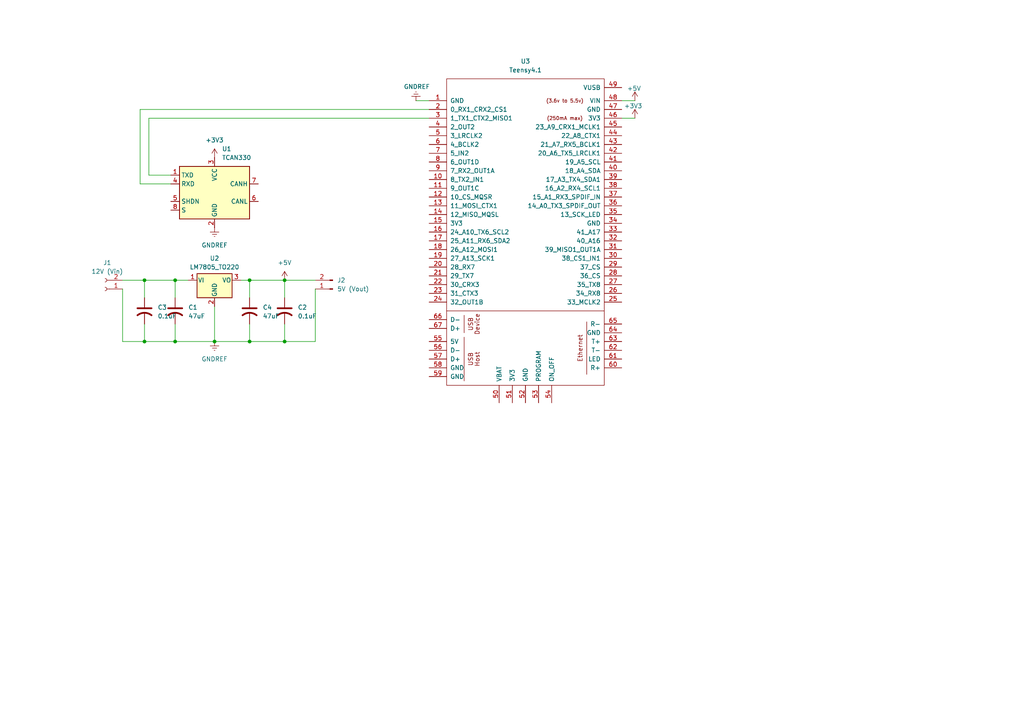
<source format=kicad_sch>
(kicad_sch
	(version 20250114)
	(generator "eeschema")
	(generator_version "9.0")
	(uuid "f9a5e31d-660f-4a55-bbc7-183242e054f0")
	(paper "A4")
	(title_block
		(title "Knob Board ")
		(rev "001")
		(company "Gold Rush Robotics")
	)
	(lib_symbols
		(symbol "Connector:Conn_01x02_Pin"
			(pin_names
				(offset 1.016)
				(hide yes)
			)
			(exclude_from_sim no)
			(in_bom yes)
			(on_board yes)
			(property "Reference" "J"
				(at 0 2.54 0)
				(effects
					(font
						(size 1.27 1.27)
					)
				)
			)
			(property "Value" "Conn_01x02_Pin"
				(at 0 -5.08 0)
				(effects
					(font
						(size 1.27 1.27)
					)
				)
			)
			(property "Footprint" ""
				(at 0 0 0)
				(effects
					(font
						(size 1.27 1.27)
					)
					(hide yes)
				)
			)
			(property "Datasheet" "~"
				(at 0 0 0)
				(effects
					(font
						(size 1.27 1.27)
					)
					(hide yes)
				)
			)
			(property "Description" "Generic connector, single row, 01x02, script generated"
				(at 0 0 0)
				(effects
					(font
						(size 1.27 1.27)
					)
					(hide yes)
				)
			)
			(property "ki_locked" ""
				(at 0 0 0)
				(effects
					(font
						(size 1.27 1.27)
					)
				)
			)
			(property "ki_keywords" "connector"
				(at 0 0 0)
				(effects
					(font
						(size 1.27 1.27)
					)
					(hide yes)
				)
			)
			(property "ki_fp_filters" "Connector*:*_1x??_*"
				(at 0 0 0)
				(effects
					(font
						(size 1.27 1.27)
					)
					(hide yes)
				)
			)
			(symbol "Conn_01x02_Pin_1_1"
				(rectangle
					(start 0.8636 0.127)
					(end 0 -0.127)
					(stroke
						(width 0.1524)
						(type default)
					)
					(fill
						(type outline)
					)
				)
				(rectangle
					(start 0.8636 -2.413)
					(end 0 -2.667)
					(stroke
						(width 0.1524)
						(type default)
					)
					(fill
						(type outline)
					)
				)
				(polyline
					(pts
						(xy 1.27 0) (xy 0.8636 0)
					)
					(stroke
						(width 0.1524)
						(type default)
					)
					(fill
						(type none)
					)
				)
				(polyline
					(pts
						(xy 1.27 -2.54) (xy 0.8636 -2.54)
					)
					(stroke
						(width 0.1524)
						(type default)
					)
					(fill
						(type none)
					)
				)
				(pin passive line
					(at 5.08 0 180)
					(length 3.81)
					(name "Pin_1"
						(effects
							(font
								(size 1.27 1.27)
							)
						)
					)
					(number "1"
						(effects
							(font
								(size 1.27 1.27)
							)
						)
					)
				)
				(pin passive line
					(at 5.08 -2.54 180)
					(length 3.81)
					(name "Pin_2"
						(effects
							(font
								(size 1.27 1.27)
							)
						)
					)
					(number "2"
						(effects
							(font
								(size 1.27 1.27)
							)
						)
					)
				)
			)
			(embedded_fonts no)
		)
		(symbol "Connector:Conn_01x02_Socket"
			(pin_names
				(offset 1.016)
				(hide yes)
			)
			(exclude_from_sim no)
			(in_bom yes)
			(on_board yes)
			(property "Reference" "J"
				(at 0 2.54 0)
				(effects
					(font
						(size 1.27 1.27)
					)
				)
			)
			(property "Value" "Conn_01x02_Socket"
				(at 0 -5.08 0)
				(effects
					(font
						(size 1.27 1.27)
					)
				)
			)
			(property "Footprint" ""
				(at 0 0 0)
				(effects
					(font
						(size 1.27 1.27)
					)
					(hide yes)
				)
			)
			(property "Datasheet" "~"
				(at 0 0 0)
				(effects
					(font
						(size 1.27 1.27)
					)
					(hide yes)
				)
			)
			(property "Description" "Generic connector, single row, 01x02, script generated"
				(at 0 0 0)
				(effects
					(font
						(size 1.27 1.27)
					)
					(hide yes)
				)
			)
			(property "ki_locked" ""
				(at 0 0 0)
				(effects
					(font
						(size 1.27 1.27)
					)
				)
			)
			(property "ki_keywords" "connector"
				(at 0 0 0)
				(effects
					(font
						(size 1.27 1.27)
					)
					(hide yes)
				)
			)
			(property "ki_fp_filters" "Connector*:*_1x??_*"
				(at 0 0 0)
				(effects
					(font
						(size 1.27 1.27)
					)
					(hide yes)
				)
			)
			(symbol "Conn_01x02_Socket_1_1"
				(polyline
					(pts
						(xy -1.27 0) (xy -0.508 0)
					)
					(stroke
						(width 0.1524)
						(type default)
					)
					(fill
						(type none)
					)
				)
				(polyline
					(pts
						(xy -1.27 -2.54) (xy -0.508 -2.54)
					)
					(stroke
						(width 0.1524)
						(type default)
					)
					(fill
						(type none)
					)
				)
				(arc
					(start 0 -0.508)
					(mid -0.5058 0)
					(end 0 0.508)
					(stroke
						(width 0.1524)
						(type default)
					)
					(fill
						(type none)
					)
				)
				(arc
					(start 0 -3.048)
					(mid -0.5058 -2.54)
					(end 0 -2.032)
					(stroke
						(width 0.1524)
						(type default)
					)
					(fill
						(type none)
					)
				)
				(pin passive line
					(at -5.08 0 0)
					(length 3.81)
					(name "Pin_1"
						(effects
							(font
								(size 1.27 1.27)
							)
						)
					)
					(number "1"
						(effects
							(font
								(size 1.27 1.27)
							)
						)
					)
				)
				(pin passive line
					(at -5.08 -2.54 0)
					(length 3.81)
					(name "Pin_2"
						(effects
							(font
								(size 1.27 1.27)
							)
						)
					)
					(number "2"
						(effects
							(font
								(size 1.27 1.27)
							)
						)
					)
				)
			)
			(embedded_fonts no)
		)
		(symbol "Device:C_US"
			(pin_numbers
				(hide yes)
			)
			(pin_names
				(offset 0.254)
				(hide yes)
			)
			(exclude_from_sim no)
			(in_bom yes)
			(on_board yes)
			(property "Reference" "C"
				(at 0.635 2.54 0)
				(effects
					(font
						(size 1.27 1.27)
					)
					(justify left)
				)
			)
			(property "Value" "C_US"
				(at 0.635 -2.54 0)
				(effects
					(font
						(size 1.27 1.27)
					)
					(justify left)
				)
			)
			(property "Footprint" ""
				(at 0 0 0)
				(effects
					(font
						(size 1.27 1.27)
					)
					(hide yes)
				)
			)
			(property "Datasheet" ""
				(at 0 0 0)
				(effects
					(font
						(size 1.27 1.27)
					)
					(hide yes)
				)
			)
			(property "Description" "capacitor, US symbol"
				(at 0 0 0)
				(effects
					(font
						(size 1.27 1.27)
					)
					(hide yes)
				)
			)
			(property "ki_keywords" "cap capacitor"
				(at 0 0 0)
				(effects
					(font
						(size 1.27 1.27)
					)
					(hide yes)
				)
			)
			(property "ki_fp_filters" "C_*"
				(at 0 0 0)
				(effects
					(font
						(size 1.27 1.27)
					)
					(hide yes)
				)
			)
			(symbol "C_US_0_1"
				(polyline
					(pts
						(xy -2.032 0.762) (xy 2.032 0.762)
					)
					(stroke
						(width 0.508)
						(type default)
					)
					(fill
						(type none)
					)
				)
				(arc
					(start -2.032 -1.27)
					(mid 0 -0.5572)
					(end 2.032 -1.27)
					(stroke
						(width 0.508)
						(type default)
					)
					(fill
						(type none)
					)
				)
			)
			(symbol "C_US_1_1"
				(pin passive line
					(at 0 3.81 270)
					(length 2.794)
					(name "~"
						(effects
							(font
								(size 1.27 1.27)
							)
						)
					)
					(number "1"
						(effects
							(font
								(size 1.27 1.27)
							)
						)
					)
				)
				(pin passive line
					(at 0 -3.81 90)
					(length 3.302)
					(name "~"
						(effects
							(font
								(size 1.27 1.27)
							)
						)
					)
					(number "2"
						(effects
							(font
								(size 1.27 1.27)
							)
						)
					)
				)
			)
			(embedded_fonts no)
		)
		(symbol "Interface_CAN_LIN:TCAN330"
			(exclude_from_sim no)
			(in_bom yes)
			(on_board yes)
			(property "Reference" "U"
				(at -10.16 8.89 0)
				(effects
					(font
						(size 1.27 1.27)
					)
					(justify left)
				)
			)
			(property "Value" "TCAN330"
				(at 2.54 8.89 0)
				(effects
					(font
						(size 1.27 1.27)
					)
					(justify left)
				)
			)
			(property "Footprint" ""
				(at 0 -12.7 0)
				(effects
					(font
						(size 1.27 1.27)
						(italic yes)
					)
					(hide yes)
				)
			)
			(property "Datasheet" "http://www.ti.com/lit/ds/symlink/tcan337.pdf"
				(at 0 0 0)
				(effects
					(font
						(size 1.27 1.27)
					)
					(hide yes)
				)
			)
			(property "Description" "High-Speed CAN Transceiver, 1Mbps, 3.3V supply, silent mode, shutdown mode, SOT-23-8/SOIC-8"
				(at 0 0 0)
				(effects
					(font
						(size 1.27 1.27)
					)
					(hide yes)
				)
			)
			(property "ki_keywords" "High-Speed CAN Transceiver"
				(at 0 0 0)
				(effects
					(font
						(size 1.27 1.27)
					)
					(hide yes)
				)
			)
			(property "ki_fp_filters" "*TSOT?23* *SOIC*3.9x4.9mm*P1.27mm*"
				(at 0 0 0)
				(effects
					(font
						(size 1.27 1.27)
					)
					(hide yes)
				)
			)
			(symbol "TCAN330_0_1"
				(rectangle
					(start -10.16 7.62)
					(end 10.16 -7.62)
					(stroke
						(width 0.254)
						(type default)
					)
					(fill
						(type background)
					)
				)
			)
			(symbol "TCAN330_1_1"
				(pin input line
					(at -12.7 5.08 0)
					(length 2.54)
					(name "TXD"
						(effects
							(font
								(size 1.27 1.27)
							)
						)
					)
					(number "1"
						(effects
							(font
								(size 1.27 1.27)
							)
						)
					)
				)
				(pin tri_state line
					(at -12.7 2.54 0)
					(length 2.54)
					(name "RXD"
						(effects
							(font
								(size 1.27 1.27)
							)
						)
					)
					(number "4"
						(effects
							(font
								(size 1.27 1.27)
							)
						)
					)
				)
				(pin input line
					(at -12.7 -2.54 0)
					(length 2.54)
					(name "SHDN"
						(effects
							(font
								(size 1.27 1.27)
							)
						)
					)
					(number "5"
						(effects
							(font
								(size 1.27 1.27)
							)
						)
					)
				)
				(pin input line
					(at -12.7 -5.08 0)
					(length 2.54)
					(name "S"
						(effects
							(font
								(size 1.27 1.27)
							)
						)
					)
					(number "8"
						(effects
							(font
								(size 1.27 1.27)
							)
						)
					)
				)
				(pin power_in line
					(at 0 10.16 270)
					(length 2.54)
					(name "VCC"
						(effects
							(font
								(size 1.27 1.27)
							)
						)
					)
					(number "3"
						(effects
							(font
								(size 1.27 1.27)
							)
						)
					)
				)
				(pin power_in line
					(at 0 -10.16 90)
					(length 2.54)
					(name "GND"
						(effects
							(font
								(size 1.27 1.27)
							)
						)
					)
					(number "2"
						(effects
							(font
								(size 1.27 1.27)
							)
						)
					)
				)
				(pin bidirectional line
					(at 12.7 2.54 180)
					(length 2.54)
					(name "CANH"
						(effects
							(font
								(size 1.27 1.27)
							)
						)
					)
					(number "7"
						(effects
							(font
								(size 1.27 1.27)
							)
						)
					)
				)
				(pin bidirectional line
					(at 12.7 -2.54 180)
					(length 2.54)
					(name "CANL"
						(effects
							(font
								(size 1.27 1.27)
							)
						)
					)
					(number "6"
						(effects
							(font
								(size 1.27 1.27)
							)
						)
					)
				)
			)
			(embedded_fonts no)
		)
		(symbol "Regulator_Linear:LM7805_TO220"
			(pin_names
				(offset 0.254)
			)
			(exclude_from_sim no)
			(in_bom yes)
			(on_board yes)
			(property "Reference" "U"
				(at -3.81 3.175 0)
				(effects
					(font
						(size 1.27 1.27)
					)
				)
			)
			(property "Value" "LM7805_TO220"
				(at 0 3.175 0)
				(effects
					(font
						(size 1.27 1.27)
					)
					(justify left)
				)
			)
			(property "Footprint" "Package_TO_SOT_THT:TO-220-3_Vertical"
				(at 0 5.715 0)
				(effects
					(font
						(size 1.27 1.27)
						(italic yes)
					)
					(hide yes)
				)
			)
			(property "Datasheet" "https://www.onsemi.cn/PowerSolutions/document/MC7800-D.PDF"
				(at 0 -1.27 0)
				(effects
					(font
						(size 1.27 1.27)
					)
					(hide yes)
				)
			)
			(property "Description" "Positive 1A 35V Linear Regulator, Fixed Output 5V, TO-220"
				(at 0 0 0)
				(effects
					(font
						(size 1.27 1.27)
					)
					(hide yes)
				)
			)
			(property "ki_keywords" "Voltage Regulator 1A Positive"
				(at 0 0 0)
				(effects
					(font
						(size 1.27 1.27)
					)
					(hide yes)
				)
			)
			(property "ki_fp_filters" "TO?220*"
				(at 0 0 0)
				(effects
					(font
						(size 1.27 1.27)
					)
					(hide yes)
				)
			)
			(symbol "LM7805_TO220_0_1"
				(rectangle
					(start -5.08 1.905)
					(end 5.08 -5.08)
					(stroke
						(width 0.254)
						(type default)
					)
					(fill
						(type background)
					)
				)
			)
			(symbol "LM7805_TO220_1_1"
				(pin power_in line
					(at -7.62 0 0)
					(length 2.54)
					(name "VI"
						(effects
							(font
								(size 1.27 1.27)
							)
						)
					)
					(number "1"
						(effects
							(font
								(size 1.27 1.27)
							)
						)
					)
				)
				(pin power_in line
					(at 0 -7.62 90)
					(length 2.54)
					(name "GND"
						(effects
							(font
								(size 1.27 1.27)
							)
						)
					)
					(number "2"
						(effects
							(font
								(size 1.27 1.27)
							)
						)
					)
				)
				(pin power_out line
					(at 7.62 0 180)
					(length 2.54)
					(name "VO"
						(effects
							(font
								(size 1.27 1.27)
							)
						)
					)
					(number "3"
						(effects
							(font
								(size 1.27 1.27)
							)
						)
					)
				)
			)
			(embedded_fonts no)
		)
		(symbol "power:+3V3"
			(power)
			(pin_numbers
				(hide yes)
			)
			(pin_names
				(offset 0)
				(hide yes)
			)
			(exclude_from_sim no)
			(in_bom yes)
			(on_board yes)
			(property "Reference" "#PWR"
				(at 0 -3.81 0)
				(effects
					(font
						(size 1.27 1.27)
					)
					(hide yes)
				)
			)
			(property "Value" "+3V3"
				(at 0 3.556 0)
				(effects
					(font
						(size 1.27 1.27)
					)
				)
			)
			(property "Footprint" ""
				(at 0 0 0)
				(effects
					(font
						(size 1.27 1.27)
					)
					(hide yes)
				)
			)
			(property "Datasheet" ""
				(at 0 0 0)
				(effects
					(font
						(size 1.27 1.27)
					)
					(hide yes)
				)
			)
			(property "Description" "Power symbol creates a global label with name \"+3V3\""
				(at 0 0 0)
				(effects
					(font
						(size 1.27 1.27)
					)
					(hide yes)
				)
			)
			(property "ki_keywords" "global power"
				(at 0 0 0)
				(effects
					(font
						(size 1.27 1.27)
					)
					(hide yes)
				)
			)
			(symbol "+3V3_0_1"
				(polyline
					(pts
						(xy -0.762 1.27) (xy 0 2.54)
					)
					(stroke
						(width 0)
						(type default)
					)
					(fill
						(type none)
					)
				)
				(polyline
					(pts
						(xy 0 2.54) (xy 0.762 1.27)
					)
					(stroke
						(width 0)
						(type default)
					)
					(fill
						(type none)
					)
				)
				(polyline
					(pts
						(xy 0 0) (xy 0 2.54)
					)
					(stroke
						(width 0)
						(type default)
					)
					(fill
						(type none)
					)
				)
			)
			(symbol "+3V3_1_1"
				(pin power_in line
					(at 0 0 90)
					(length 0)
					(name "~"
						(effects
							(font
								(size 1.27 1.27)
							)
						)
					)
					(number "1"
						(effects
							(font
								(size 1.27 1.27)
							)
						)
					)
				)
			)
			(embedded_fonts no)
		)
		(symbol "power:+5V"
			(power)
			(pin_numbers
				(hide yes)
			)
			(pin_names
				(offset 0)
				(hide yes)
			)
			(exclude_from_sim no)
			(in_bom yes)
			(on_board yes)
			(property "Reference" "#PWR"
				(at 0 -3.81 0)
				(effects
					(font
						(size 1.27 1.27)
					)
					(hide yes)
				)
			)
			(property "Value" "+5V"
				(at 0 3.556 0)
				(effects
					(font
						(size 1.27 1.27)
					)
				)
			)
			(property "Footprint" ""
				(at 0 0 0)
				(effects
					(font
						(size 1.27 1.27)
					)
					(hide yes)
				)
			)
			(property "Datasheet" ""
				(at 0 0 0)
				(effects
					(font
						(size 1.27 1.27)
					)
					(hide yes)
				)
			)
			(property "Description" "Power symbol creates a global label with name \"+5V\""
				(at 0 0 0)
				(effects
					(font
						(size 1.27 1.27)
					)
					(hide yes)
				)
			)
			(property "ki_keywords" "global power"
				(at 0 0 0)
				(effects
					(font
						(size 1.27 1.27)
					)
					(hide yes)
				)
			)
			(symbol "+5V_0_1"
				(polyline
					(pts
						(xy -0.762 1.27) (xy 0 2.54)
					)
					(stroke
						(width 0)
						(type default)
					)
					(fill
						(type none)
					)
				)
				(polyline
					(pts
						(xy 0 2.54) (xy 0.762 1.27)
					)
					(stroke
						(width 0)
						(type default)
					)
					(fill
						(type none)
					)
				)
				(polyline
					(pts
						(xy 0 0) (xy 0 2.54)
					)
					(stroke
						(width 0)
						(type default)
					)
					(fill
						(type none)
					)
				)
			)
			(symbol "+5V_1_1"
				(pin power_in line
					(at 0 0 90)
					(length 0)
					(name "~"
						(effects
							(font
								(size 1.27 1.27)
							)
						)
					)
					(number "1"
						(effects
							(font
								(size 1.27 1.27)
							)
						)
					)
				)
			)
			(embedded_fonts no)
		)
		(symbol "power:GNDREF"
			(power)
			(pin_numbers
				(hide yes)
			)
			(pin_names
				(offset 0)
				(hide yes)
			)
			(exclude_from_sim no)
			(in_bom yes)
			(on_board yes)
			(property "Reference" "#PWR"
				(at 0 -6.35 0)
				(effects
					(font
						(size 1.27 1.27)
					)
					(hide yes)
				)
			)
			(property "Value" "GNDREF"
				(at 0 -3.81 0)
				(effects
					(font
						(size 1.27 1.27)
					)
				)
			)
			(property "Footprint" ""
				(at 0 0 0)
				(effects
					(font
						(size 1.27 1.27)
					)
					(hide yes)
				)
			)
			(property "Datasheet" ""
				(at 0 0 0)
				(effects
					(font
						(size 1.27 1.27)
					)
					(hide yes)
				)
			)
			(property "Description" "Power symbol creates a global label with name \"GNDREF\" , reference supply ground"
				(at 0 0 0)
				(effects
					(font
						(size 1.27 1.27)
					)
					(hide yes)
				)
			)
			(property "ki_keywords" "global power"
				(at 0 0 0)
				(effects
					(font
						(size 1.27 1.27)
					)
					(hide yes)
				)
			)
			(symbol "GNDREF_0_1"
				(polyline
					(pts
						(xy -0.635 -1.905) (xy 0.635 -1.905)
					)
					(stroke
						(width 0)
						(type default)
					)
					(fill
						(type none)
					)
				)
				(polyline
					(pts
						(xy -0.127 -2.54) (xy 0.127 -2.54)
					)
					(stroke
						(width 0)
						(type default)
					)
					(fill
						(type none)
					)
				)
				(polyline
					(pts
						(xy 0 -1.27) (xy 0 0)
					)
					(stroke
						(width 0)
						(type default)
					)
					(fill
						(type none)
					)
				)
				(polyline
					(pts
						(xy 1.27 -1.27) (xy -1.27 -1.27)
					)
					(stroke
						(width 0)
						(type default)
					)
					(fill
						(type none)
					)
				)
			)
			(symbol "GNDREF_1_1"
				(pin power_in line
					(at 0 0 270)
					(length 0)
					(name "~"
						(effects
							(font
								(size 1.27 1.27)
							)
						)
					)
					(number "1"
						(effects
							(font
								(size 1.27 1.27)
							)
						)
					)
				)
			)
			(embedded_fonts no)
		)
		(symbol "teensy:Teensy4.1"
			(pin_names
				(offset 1.016)
			)
			(exclude_from_sim no)
			(in_bom yes)
			(on_board yes)
			(property "Reference" "U"
				(at 0 64.77 0)
				(effects
					(font
						(size 1.27 1.27)
					)
				)
			)
			(property "Value" "Teensy4.1"
				(at 0 62.23 0)
				(effects
					(font
						(size 1.27 1.27)
					)
				)
			)
			(property "Footprint" ""
				(at -10.16 10.16 0)
				(effects
					(font
						(size 1.27 1.27)
					)
					(hide yes)
				)
			)
			(property "Datasheet" ""
				(at -10.16 10.16 0)
				(effects
					(font
						(size 1.27 1.27)
					)
					(hide yes)
				)
			)
			(property "Description" ""
				(at 0 0 0)
				(effects
					(font
						(size 1.27 1.27)
					)
					(hide yes)
				)
			)
			(symbol "Teensy4.1_0_0"
				(polyline
					(pts
						(xy -22.86 -6.35) (xy 22.86 -6.35)
					)
					(stroke
						(width 0)
						(type solid)
					)
					(fill
						(type none)
					)
				)
				(polyline
					(pts
						(xy -17.78 -7.62) (xy -17.78 -12.7)
					)
					(stroke
						(width 0)
						(type solid)
					)
					(fill
						(type none)
					)
				)
				(polyline
					(pts
						(xy -17.78 -26.67) (xy -17.78 -13.97)
					)
					(stroke
						(width 0)
						(type solid)
					)
					(fill
						(type none)
					)
				)
				(polyline
					(pts
						(xy 17.78 -9.525) (xy 17.78 -24.765)
					)
					(stroke
						(width 0)
						(type solid)
					)
					(fill
						(type none)
					)
				)
				(text "USB"
					(at -15.875 -10.16 900)
					(effects
						(font
							(size 1.27 1.27)
						)
					)
				)
				(text "USB"
					(at -15.875 -20.32 900)
					(effects
						(font
							(size 1.27 1.27)
						)
					)
				)
				(text "Device"
					(at -13.97 -10.16 900)
					(effects
						(font
							(size 1.27 1.27)
						)
					)
				)
				(text "Host"
					(at -13.97 -20.32 900)
					(effects
						(font
							(size 1.27 1.27)
						)
					)
				)
				(text "(3.6v to 5.5v)"
					(at 11.43 54.61 0)
					(effects
						(font
							(size 1.016 1.016)
						)
					)
				)
				(text "(250mA max)"
					(at 11.43 49.53 0)
					(effects
						(font
							(size 1.016 1.016)
						)
					)
				)
				(text "Ethernet"
					(at 15.875 -17.145 900)
					(effects
						(font
							(size 1.27 1.27)
						)
					)
				)
				(pin bidirectional line
					(at -27.94 44.45 0)
					(length 5.08)
					(name "3_LRCLK2"
						(effects
							(font
								(size 1.27 1.27)
							)
						)
					)
					(number "5"
						(effects
							(font
								(size 1.27 1.27)
							)
						)
					)
				)
				(pin bidirectional line
					(at -27.94 41.91 0)
					(length 5.08)
					(name "4_BCLK2"
						(effects
							(font
								(size 1.27 1.27)
							)
						)
					)
					(number "6"
						(effects
							(font
								(size 1.27 1.27)
							)
						)
					)
				)
				(pin bidirectional line
					(at -27.94 39.37 0)
					(length 5.08)
					(name "5_IN2"
						(effects
							(font
								(size 1.27 1.27)
							)
						)
					)
					(number "7"
						(effects
							(font
								(size 1.27 1.27)
							)
						)
					)
				)
				(pin bidirectional line
					(at -27.94 36.83 0)
					(length 5.08)
					(name "6_OUT1D"
						(effects
							(font
								(size 1.27 1.27)
							)
						)
					)
					(number "8"
						(effects
							(font
								(size 1.27 1.27)
							)
						)
					)
				)
				(pin bidirectional line
					(at -27.94 34.29 0)
					(length 5.08)
					(name "7_RX2_OUT1A"
						(effects
							(font
								(size 1.27 1.27)
							)
						)
					)
					(number "9"
						(effects
							(font
								(size 1.27 1.27)
							)
						)
					)
				)
				(pin bidirectional line
					(at -27.94 31.75 0)
					(length 5.08)
					(name "8_TX2_IN1"
						(effects
							(font
								(size 1.27 1.27)
							)
						)
					)
					(number "10"
						(effects
							(font
								(size 1.27 1.27)
							)
						)
					)
				)
				(pin bidirectional line
					(at -27.94 29.21 0)
					(length 5.08)
					(name "9_OUT1C"
						(effects
							(font
								(size 1.27 1.27)
							)
						)
					)
					(number "11"
						(effects
							(font
								(size 1.27 1.27)
							)
						)
					)
				)
				(pin bidirectional line
					(at -27.94 26.67 0)
					(length 5.08)
					(name "10_CS_MQSR"
						(effects
							(font
								(size 1.27 1.27)
							)
						)
					)
					(number "12"
						(effects
							(font
								(size 1.27 1.27)
							)
						)
					)
				)
				(pin bidirectional line
					(at -27.94 24.13 0)
					(length 5.08)
					(name "11_MOSI_CTX1"
						(effects
							(font
								(size 1.27 1.27)
							)
						)
					)
					(number "13"
						(effects
							(font
								(size 1.27 1.27)
							)
						)
					)
				)
				(pin bidirectional line
					(at -27.94 21.59 0)
					(length 5.08)
					(name "12_MISO_MQSL"
						(effects
							(font
								(size 1.27 1.27)
							)
						)
					)
					(number "14"
						(effects
							(font
								(size 1.27 1.27)
							)
						)
					)
				)
				(pin power_in line
					(at -27.94 19.05 0)
					(length 5.08)
					(name "3V3"
						(effects
							(font
								(size 1.27 1.27)
							)
						)
					)
					(number "15"
						(effects
							(font
								(size 1.27 1.27)
							)
						)
					)
				)
				(pin bidirectional line
					(at -27.94 16.51 0)
					(length 5.08)
					(name "24_A10_TX6_SCL2"
						(effects
							(font
								(size 1.27 1.27)
							)
						)
					)
					(number "16"
						(effects
							(font
								(size 1.27 1.27)
							)
						)
					)
				)
				(pin bidirectional line
					(at -27.94 13.97 0)
					(length 5.08)
					(name "25_A11_RX6_SDA2"
						(effects
							(font
								(size 1.27 1.27)
							)
						)
					)
					(number "17"
						(effects
							(font
								(size 1.27 1.27)
							)
						)
					)
				)
				(pin bidirectional line
					(at -27.94 11.43 0)
					(length 5.08)
					(name "26_A12_MOSI1"
						(effects
							(font
								(size 1.27 1.27)
							)
						)
					)
					(number "18"
						(effects
							(font
								(size 1.27 1.27)
							)
						)
					)
				)
				(pin bidirectional line
					(at -27.94 8.89 0)
					(length 5.08)
					(name "27_A13_SCK1"
						(effects
							(font
								(size 1.27 1.27)
							)
						)
					)
					(number "19"
						(effects
							(font
								(size 1.27 1.27)
							)
						)
					)
				)
				(pin bidirectional line
					(at -27.94 6.35 0)
					(length 5.08)
					(name "28_RX7"
						(effects
							(font
								(size 1.27 1.27)
							)
						)
					)
					(number "20"
						(effects
							(font
								(size 1.27 1.27)
							)
						)
					)
				)
				(pin bidirectional line
					(at -27.94 3.81 0)
					(length 5.08)
					(name "29_TX7"
						(effects
							(font
								(size 1.27 1.27)
							)
						)
					)
					(number "21"
						(effects
							(font
								(size 1.27 1.27)
							)
						)
					)
				)
				(pin bidirectional line
					(at -27.94 1.27 0)
					(length 5.08)
					(name "30_CRX3"
						(effects
							(font
								(size 1.27 1.27)
							)
						)
					)
					(number "22"
						(effects
							(font
								(size 1.27 1.27)
							)
						)
					)
				)
				(pin bidirectional line
					(at -27.94 -1.27 0)
					(length 5.08)
					(name "31_CTX3"
						(effects
							(font
								(size 1.27 1.27)
							)
						)
					)
					(number "23"
						(effects
							(font
								(size 1.27 1.27)
							)
						)
					)
				)
				(pin bidirectional line
					(at -27.94 -3.81 0)
					(length 5.08)
					(name "32_OUT1B"
						(effects
							(font
								(size 1.27 1.27)
							)
						)
					)
					(number "24"
						(effects
							(font
								(size 1.27 1.27)
							)
						)
					)
				)
				(pin bidirectional line
					(at -27.94 -8.89 0)
					(length 5.08)
					(name "D-"
						(effects
							(font
								(size 1.27 1.27)
							)
						)
					)
					(number "66"
						(effects
							(font
								(size 1.27 1.27)
							)
						)
					)
				)
				(pin bidirectional line
					(at -27.94 -11.43 0)
					(length 5.08)
					(name "D+"
						(effects
							(font
								(size 1.27 1.27)
							)
						)
					)
					(number "67"
						(effects
							(font
								(size 1.27 1.27)
							)
						)
					)
				)
				(pin power_out line
					(at -27.94 -15.24 0)
					(length 5.08)
					(name "5V"
						(effects
							(font
								(size 1.27 1.27)
							)
						)
					)
					(number "55"
						(effects
							(font
								(size 1.27 1.27)
							)
						)
					)
				)
				(pin bidirectional line
					(at -27.94 -17.78 0)
					(length 5.08)
					(name "D-"
						(effects
							(font
								(size 1.27 1.27)
							)
						)
					)
					(number "56"
						(effects
							(font
								(size 1.27 1.27)
							)
						)
					)
				)
				(pin bidirectional line
					(at -27.94 -20.32 0)
					(length 5.08)
					(name "D+"
						(effects
							(font
								(size 1.27 1.27)
							)
						)
					)
					(number "57"
						(effects
							(font
								(size 1.27 1.27)
							)
						)
					)
				)
				(pin power_in line
					(at -27.94 -22.86 0)
					(length 5.08)
					(name "GND"
						(effects
							(font
								(size 1.27 1.27)
							)
						)
					)
					(number "58"
						(effects
							(font
								(size 1.27 1.27)
							)
						)
					)
				)
				(pin power_in line
					(at -27.94 -25.4 0)
					(length 5.08)
					(name "GND"
						(effects
							(font
								(size 1.27 1.27)
							)
						)
					)
					(number "59"
						(effects
							(font
								(size 1.27 1.27)
							)
						)
					)
				)
				(pin power_in line
					(at -7.62 -33.02 90)
					(length 5.08)
					(name "VBAT"
						(effects
							(font
								(size 1.27 1.27)
							)
						)
					)
					(number "50"
						(effects
							(font
								(size 1.27 1.27)
							)
						)
					)
				)
				(pin power_in line
					(at -3.81 -33.02 90)
					(length 5.08)
					(name "3V3"
						(effects
							(font
								(size 1.27 1.27)
							)
						)
					)
					(number "51"
						(effects
							(font
								(size 1.27 1.27)
							)
						)
					)
				)
				(pin input line
					(at 0 -33.02 90)
					(length 5.08)
					(name "GND"
						(effects
							(font
								(size 1.27 1.27)
							)
						)
					)
					(number "52"
						(effects
							(font
								(size 1.27 1.27)
							)
						)
					)
				)
				(pin input line
					(at 3.81 -33.02 90)
					(length 5.08)
					(name "PROGRAM"
						(effects
							(font
								(size 1.27 1.27)
							)
						)
					)
					(number "53"
						(effects
							(font
								(size 1.27 1.27)
							)
						)
					)
				)
				(pin input line
					(at 7.62 -33.02 90)
					(length 5.08)
					(name "ON_OFF"
						(effects
							(font
								(size 1.27 1.27)
							)
						)
					)
					(number "54"
						(effects
							(font
								(size 1.27 1.27)
							)
						)
					)
				)
				(pin power_out line
					(at 27.94 58.42 180)
					(length 5.08)
					(name "VUSB"
						(effects
							(font
								(size 1.27 1.27)
							)
						)
					)
					(number "49"
						(effects
							(font
								(size 1.27 1.27)
							)
						)
					)
				)
				(pin power_in line
					(at 27.94 54.61 180)
					(length 5.08)
					(name "VIN"
						(effects
							(font
								(size 1.27 1.27)
							)
						)
					)
					(number "48"
						(effects
							(font
								(size 1.27 1.27)
							)
						)
					)
				)
				(pin output line
					(at 27.94 52.07 180)
					(length 5.08)
					(name "GND"
						(effects
							(font
								(size 1.27 1.27)
							)
						)
					)
					(number "47"
						(effects
							(font
								(size 1.27 1.27)
							)
						)
					)
				)
				(pin output line
					(at 27.94 49.53 180)
					(length 5.08)
					(name "3V3"
						(effects
							(font
								(size 1.27 1.27)
							)
						)
					)
					(number "46"
						(effects
							(font
								(size 1.27 1.27)
							)
						)
					)
				)
				(pin bidirectional line
					(at 27.94 46.99 180)
					(length 5.08)
					(name "23_A9_CRX1_MCLK1"
						(effects
							(font
								(size 1.27 1.27)
							)
						)
					)
					(number "45"
						(effects
							(font
								(size 1.27 1.27)
							)
						)
					)
				)
				(pin bidirectional line
					(at 27.94 44.45 180)
					(length 5.08)
					(name "22_A8_CTX1"
						(effects
							(font
								(size 1.27 1.27)
							)
						)
					)
					(number "44"
						(effects
							(font
								(size 1.27 1.27)
							)
						)
					)
				)
				(pin bidirectional line
					(at 27.94 41.91 180)
					(length 5.08)
					(name "21_A7_RX5_BCLK1"
						(effects
							(font
								(size 1.27 1.27)
							)
						)
					)
					(number "43"
						(effects
							(font
								(size 1.27 1.27)
							)
						)
					)
				)
				(pin bidirectional line
					(at 27.94 39.37 180)
					(length 5.08)
					(name "20_A6_TX5_LRCLK1"
						(effects
							(font
								(size 1.27 1.27)
							)
						)
					)
					(number "42"
						(effects
							(font
								(size 1.27 1.27)
							)
						)
					)
				)
				(pin bidirectional line
					(at 27.94 36.83 180)
					(length 5.08)
					(name "19_A5_SCL"
						(effects
							(font
								(size 1.27 1.27)
							)
						)
					)
					(number "41"
						(effects
							(font
								(size 1.27 1.27)
							)
						)
					)
				)
				(pin bidirectional line
					(at 27.94 34.29 180)
					(length 5.08)
					(name "18_A4_SDA"
						(effects
							(font
								(size 1.27 1.27)
							)
						)
					)
					(number "40"
						(effects
							(font
								(size 1.27 1.27)
							)
						)
					)
				)
				(pin bidirectional line
					(at 27.94 31.75 180)
					(length 5.08)
					(name "17_A3_TX4_SDA1"
						(effects
							(font
								(size 1.27 1.27)
							)
						)
					)
					(number "39"
						(effects
							(font
								(size 1.27 1.27)
							)
						)
					)
				)
				(pin bidirectional line
					(at 27.94 29.21 180)
					(length 5.08)
					(name "16_A2_RX4_SCL1"
						(effects
							(font
								(size 1.27 1.27)
							)
						)
					)
					(number "38"
						(effects
							(font
								(size 1.27 1.27)
							)
						)
					)
				)
				(pin bidirectional line
					(at 27.94 26.67 180)
					(length 5.08)
					(name "15_A1_RX3_SPDIF_IN"
						(effects
							(font
								(size 1.27 1.27)
							)
						)
					)
					(number "37"
						(effects
							(font
								(size 1.27 1.27)
							)
						)
					)
				)
				(pin bidirectional line
					(at 27.94 24.13 180)
					(length 5.08)
					(name "14_A0_TX3_SPDIF_OUT"
						(effects
							(font
								(size 1.27 1.27)
							)
						)
					)
					(number "36"
						(effects
							(font
								(size 1.27 1.27)
							)
						)
					)
				)
				(pin bidirectional line
					(at 27.94 21.59 180)
					(length 5.08)
					(name "13_SCK_LED"
						(effects
							(font
								(size 1.27 1.27)
							)
						)
					)
					(number "35"
						(effects
							(font
								(size 1.27 1.27)
							)
						)
					)
				)
				(pin bidirectional line
					(at 27.94 16.51 180)
					(length 5.08)
					(name "41_A17"
						(effects
							(font
								(size 1.27 1.27)
							)
						)
					)
					(number "33"
						(effects
							(font
								(size 1.27 1.27)
							)
						)
					)
				)
				(pin bidirectional line
					(at 27.94 13.97 180)
					(length 5.08)
					(name "40_A16"
						(effects
							(font
								(size 1.27 1.27)
							)
						)
					)
					(number "32"
						(effects
							(font
								(size 1.27 1.27)
							)
						)
					)
				)
				(pin bidirectional line
					(at 27.94 11.43 180)
					(length 5.08)
					(name "39_MISO1_OUT1A"
						(effects
							(font
								(size 1.27 1.27)
							)
						)
					)
					(number "31"
						(effects
							(font
								(size 1.27 1.27)
							)
						)
					)
				)
				(pin bidirectional line
					(at 27.94 8.89 180)
					(length 5.08)
					(name "38_CS1_IN1"
						(effects
							(font
								(size 1.27 1.27)
							)
						)
					)
					(number "30"
						(effects
							(font
								(size 1.27 1.27)
							)
						)
					)
				)
				(pin bidirectional line
					(at 27.94 6.35 180)
					(length 5.08)
					(name "37_CS"
						(effects
							(font
								(size 1.27 1.27)
							)
						)
					)
					(number "29"
						(effects
							(font
								(size 1.27 1.27)
							)
						)
					)
				)
				(pin bidirectional line
					(at 27.94 3.81 180)
					(length 5.08)
					(name "36_CS"
						(effects
							(font
								(size 1.27 1.27)
							)
						)
					)
					(number "28"
						(effects
							(font
								(size 1.27 1.27)
							)
						)
					)
				)
				(pin bidirectional line
					(at 27.94 1.27 180)
					(length 5.08)
					(name "35_TX8"
						(effects
							(font
								(size 1.27 1.27)
							)
						)
					)
					(number "27"
						(effects
							(font
								(size 1.27 1.27)
							)
						)
					)
				)
				(pin bidirectional line
					(at 27.94 -1.27 180)
					(length 5.08)
					(name "34_RX8"
						(effects
							(font
								(size 1.27 1.27)
							)
						)
					)
					(number "26"
						(effects
							(font
								(size 1.27 1.27)
							)
						)
					)
				)
				(pin bidirectional line
					(at 27.94 -3.81 180)
					(length 5.08)
					(name "33_MCLK2"
						(effects
							(font
								(size 1.27 1.27)
							)
						)
					)
					(number "25"
						(effects
							(font
								(size 1.27 1.27)
							)
						)
					)
				)
				(pin bidirectional line
					(at 27.94 -10.16 180)
					(length 5.08)
					(name "R-"
						(effects
							(font
								(size 1.27 1.27)
							)
						)
					)
					(number "65"
						(effects
							(font
								(size 1.27 1.27)
							)
						)
					)
				)
				(pin power_in line
					(at 27.94 -12.7 180)
					(length 5.08)
					(name "GND"
						(effects
							(font
								(size 1.27 1.27)
							)
						)
					)
					(number "64"
						(effects
							(font
								(size 1.27 1.27)
							)
						)
					)
				)
				(pin bidirectional line
					(at 27.94 -15.24 180)
					(length 5.08)
					(name "T+"
						(effects
							(font
								(size 1.27 1.27)
							)
						)
					)
					(number "63"
						(effects
							(font
								(size 1.27 1.27)
							)
						)
					)
				)
				(pin bidirectional line
					(at 27.94 -17.78 180)
					(length 5.08)
					(name "T-"
						(effects
							(font
								(size 1.27 1.27)
							)
						)
					)
					(number "62"
						(effects
							(font
								(size 1.27 1.27)
							)
						)
					)
				)
				(pin bidirectional line
					(at 27.94 -20.32 180)
					(length 5.08)
					(name "LED"
						(effects
							(font
								(size 1.27 1.27)
							)
						)
					)
					(number "61"
						(effects
							(font
								(size 1.27 1.27)
							)
						)
					)
				)
				(pin bidirectional line
					(at 27.94 -22.86 180)
					(length 5.08)
					(name "R+"
						(effects
							(font
								(size 1.27 1.27)
							)
						)
					)
					(number "60"
						(effects
							(font
								(size 1.27 1.27)
							)
						)
					)
				)
			)
			(symbol "Teensy4.1_0_1"
				(rectangle
					(start -22.86 60.96)
					(end 22.86 -27.94)
					(stroke
						(width 0)
						(type solid)
					)
					(fill
						(type none)
					)
				)
				(rectangle
					(start -20.32 -1.27)
					(end -20.32 -1.27)
					(stroke
						(width 0)
						(type solid)
					)
					(fill
						(type none)
					)
				)
			)
			(symbol "Teensy4.1_1_1"
				(pin power_in line
					(at -27.94 54.61 0)
					(length 5.08)
					(name "GND"
						(effects
							(font
								(size 1.27 1.27)
							)
						)
					)
					(number "1"
						(effects
							(font
								(size 1.27 1.27)
							)
						)
					)
				)
				(pin bidirectional line
					(at -27.94 52.07 0)
					(length 5.08)
					(name "0_RX1_CRX2_CS1"
						(effects
							(font
								(size 1.27 1.27)
							)
						)
					)
					(number "2"
						(effects
							(font
								(size 1.27 1.27)
							)
						)
					)
				)
				(pin bidirectional line
					(at -27.94 49.53 0)
					(length 5.08)
					(name "1_TX1_CTX2_MISO1"
						(effects
							(font
								(size 1.27 1.27)
							)
						)
					)
					(number "3"
						(effects
							(font
								(size 1.27 1.27)
							)
						)
					)
				)
				(pin bidirectional line
					(at -27.94 46.99 0)
					(length 5.08)
					(name "2_OUT2"
						(effects
							(font
								(size 1.27 1.27)
							)
						)
					)
					(number "4"
						(effects
							(font
								(size 1.27 1.27)
							)
						)
					)
				)
				(pin power_in line
					(at 27.94 19.05 180)
					(length 5.08)
					(name "GND"
						(effects
							(font
								(size 1.27 1.27)
							)
						)
					)
					(number "34"
						(effects
							(font
								(size 1.27 1.27)
							)
						)
					)
				)
			)
			(embedded_fonts no)
		)
	)
	(junction
		(at 72.39 81.28)
		(diameter 0)
		(color 0 0 0 0)
		(uuid "0de8e810-2b63-4b10-9ad7-85f636aaaee8")
	)
	(junction
		(at 82.55 99.06)
		(diameter 0)
		(color 0 0 0 0)
		(uuid "1e972580-2b17-452a-b654-f72537b82c80")
	)
	(junction
		(at 50.8 81.28)
		(diameter 0)
		(color 0 0 0 0)
		(uuid "501ba3ae-43db-416e-ab88-2532c2e98e2e")
	)
	(junction
		(at 62.23 99.06)
		(diameter 0)
		(color 0 0 0 0)
		(uuid "c11f2e7c-7a63-40f4-9e55-b908dee747e7")
	)
	(junction
		(at 72.39 99.06)
		(diameter 0)
		(color 0 0 0 0)
		(uuid "d414d30b-0f43-4dc7-82e0-0d1c750ee08d")
	)
	(junction
		(at 41.91 99.06)
		(diameter 0)
		(color 0 0 0 0)
		(uuid "d5881d7c-819a-4c04-8527-b21325ad2231")
	)
	(junction
		(at 41.91 81.28)
		(diameter 0)
		(color 0 0 0 0)
		(uuid "d753737b-2631-48ae-8f9f-1fbfd8fd2efa")
	)
	(junction
		(at 50.8 99.06)
		(diameter 0)
		(color 0 0 0 0)
		(uuid "d87bab47-58aa-40c8-810f-7c754748cb9f")
	)
	(junction
		(at 82.55 81.28)
		(diameter 0)
		(color 0 0 0 0)
		(uuid "e49c24ff-dda0-48da-a362-bb68b4caee2f")
	)
	(wire
		(pts
			(xy 43.18 50.8) (xy 49.53 50.8)
		)
		(stroke
			(width 0)
			(type default)
		)
		(uuid "003a4eab-24bb-4223-980e-85ce61e58f46")
	)
	(wire
		(pts
			(xy 82.55 93.98) (xy 82.55 99.06)
		)
		(stroke
			(width 0)
			(type default)
		)
		(uuid "07f19383-eb86-4e08-9fbf-8eb40d7d1fa8")
	)
	(wire
		(pts
			(xy 120.65 29.21) (xy 124.46 29.21)
		)
		(stroke
			(width 0)
			(type default)
		)
		(uuid "096db527-e317-439f-b2e5-19da30242305")
	)
	(wire
		(pts
			(xy 41.91 93.98) (xy 41.91 99.06)
		)
		(stroke
			(width 0)
			(type default)
		)
		(uuid "0d2f630e-0935-4bf3-86e4-344a6b7e8c2f")
	)
	(wire
		(pts
			(xy 82.55 81.28) (xy 82.55 86.36)
		)
		(stroke
			(width 0)
			(type default)
		)
		(uuid "0dac7757-a288-43ef-8d61-6f0fab433fd4")
	)
	(wire
		(pts
			(xy 91.44 99.06) (xy 91.44 83.82)
		)
		(stroke
			(width 0)
			(type default)
		)
		(uuid "0db58ab8-9808-45d1-a036-c1956be07eeb")
	)
	(wire
		(pts
			(xy 62.23 88.9) (xy 62.23 99.06)
		)
		(stroke
			(width 0)
			(type default)
		)
		(uuid "0e9aecf0-8cb1-412f-8a23-b25ffc8fee11")
	)
	(wire
		(pts
			(xy 82.55 99.06) (xy 91.44 99.06)
		)
		(stroke
			(width 0)
			(type default)
		)
		(uuid "1f5f1219-b19d-4724-a332-d635542a70d6")
	)
	(wire
		(pts
			(xy 40.64 53.34) (xy 49.53 53.34)
		)
		(stroke
			(width 0)
			(type default)
		)
		(uuid "3307cb44-1a9e-4b7c-981c-76755b3ba46b")
	)
	(wire
		(pts
			(xy 82.55 81.28) (xy 91.44 81.28)
		)
		(stroke
			(width 0)
			(type default)
		)
		(uuid "41c65da9-5612-4669-a633-00c8eecc6809")
	)
	(wire
		(pts
			(xy 41.91 99.06) (xy 50.8 99.06)
		)
		(stroke
			(width 0)
			(type default)
		)
		(uuid "4e25153b-1b20-4eae-9210-bd61f32ab96f")
	)
	(wire
		(pts
			(xy 35.56 99.06) (xy 41.91 99.06)
		)
		(stroke
			(width 0)
			(type default)
		)
		(uuid "547366ae-c5c9-411c-858b-aaaa15bdd4a4")
	)
	(wire
		(pts
			(xy 124.46 31.75) (xy 40.64 31.75)
		)
		(stroke
			(width 0)
			(type default)
		)
		(uuid "59bcdf26-446b-4588-a669-f7a9aca10239")
	)
	(wire
		(pts
			(xy 72.39 99.06) (xy 82.55 99.06)
		)
		(stroke
			(width 0)
			(type default)
		)
		(uuid "6f765ea6-0f09-4b3d-8688-a4e9609fbb3f")
	)
	(wire
		(pts
			(xy 72.39 81.28) (xy 82.55 81.28)
		)
		(stroke
			(width 0)
			(type default)
		)
		(uuid "7de67631-ea8f-48ed-b8b9-f78398d34b9d")
	)
	(wire
		(pts
			(xy 180.34 34.29) (xy 184.15 34.29)
		)
		(stroke
			(width 0)
			(type default)
		)
		(uuid "8bc68f74-5084-4e91-9128-502c95c9be0e")
	)
	(wire
		(pts
			(xy 72.39 93.98) (xy 72.39 99.06)
		)
		(stroke
			(width 0)
			(type default)
		)
		(uuid "8c5b93ae-e361-4feb-8017-f3bb3e35370e")
	)
	(wire
		(pts
			(xy 43.18 34.29) (xy 43.18 50.8)
		)
		(stroke
			(width 0)
			(type default)
		)
		(uuid "8fd4b75c-2793-4e03-aec8-110be174489c")
	)
	(wire
		(pts
			(xy 72.39 86.36) (xy 72.39 81.28)
		)
		(stroke
			(width 0)
			(type default)
		)
		(uuid "9d98e065-18f6-4dc0-803c-db2c7559f60c")
	)
	(wire
		(pts
			(xy 69.85 81.28) (xy 72.39 81.28)
		)
		(stroke
			(width 0)
			(type default)
		)
		(uuid "a21e526c-fd6b-42fb-acc6-8f051bc0c730")
	)
	(wire
		(pts
			(xy 50.8 81.28) (xy 50.8 86.36)
		)
		(stroke
			(width 0)
			(type default)
		)
		(uuid "a5757879-0a6a-407f-ac4a-7844e9d4e623")
	)
	(wire
		(pts
			(xy 35.56 83.82) (xy 35.56 99.06)
		)
		(stroke
			(width 0)
			(type default)
		)
		(uuid "b0dadbea-d00a-47f9-9b6c-c364f0f02a31")
	)
	(wire
		(pts
			(xy 50.8 99.06) (xy 62.23 99.06)
		)
		(stroke
			(width 0)
			(type default)
		)
		(uuid "b30352a1-6ab3-4cbe-b331-a71972dfbe04")
	)
	(wire
		(pts
			(xy 50.8 81.28) (xy 54.61 81.28)
		)
		(stroke
			(width 0)
			(type default)
		)
		(uuid "b5e3d9ff-a427-4da8-9a4e-09c80c56aac3")
	)
	(wire
		(pts
			(xy 35.56 81.28) (xy 41.91 81.28)
		)
		(stroke
			(width 0)
			(type default)
		)
		(uuid "ba5bae78-65dd-44b3-abb4-ba1a995198a4")
	)
	(wire
		(pts
			(xy 41.91 81.28) (xy 50.8 81.28)
		)
		(stroke
			(width 0)
			(type default)
		)
		(uuid "bb1facfd-4309-4956-bed2-aac63f225db6")
	)
	(wire
		(pts
			(xy 62.23 99.06) (xy 72.39 99.06)
		)
		(stroke
			(width 0)
			(type default)
		)
		(uuid "d2aae049-df64-4d59-a460-7d76f6910341")
	)
	(wire
		(pts
			(xy 40.64 31.75) (xy 40.64 53.34)
		)
		(stroke
			(width 0)
			(type default)
		)
		(uuid "d5fe3cbf-c1e3-4fa6-a818-bf762f7cbc84")
	)
	(wire
		(pts
			(xy 180.34 29.21) (xy 184.15 29.21)
		)
		(stroke
			(width 0)
			(type default)
		)
		(uuid "d9162667-72f7-47d6-83ba-b00da780dd93")
	)
	(wire
		(pts
			(xy 50.8 93.98) (xy 50.8 99.06)
		)
		(stroke
			(width 0)
			(type default)
		)
		(uuid "de15ffb5-7f27-475e-999c-70deba5ce39e")
	)
	(wire
		(pts
			(xy 41.91 81.28) (xy 41.91 86.36)
		)
		(stroke
			(width 0)
			(type default)
		)
		(uuid "dfbeca53-d17b-436a-9ce6-d294f931b589")
	)
	(wire
		(pts
			(xy 124.46 34.29) (xy 43.18 34.29)
		)
		(stroke
			(width 0)
			(type default)
		)
		(uuid "ea93b213-0250-4ce7-8a6f-45c774ee6916")
	)
	(symbol
		(lib_id "power:GNDREF")
		(at 62.23 66.04 0)
		(unit 1)
		(exclude_from_sim no)
		(in_bom yes)
		(on_board yes)
		(dnp no)
		(fields_autoplaced yes)
		(uuid "35c1f3f8-a77f-4e6b-81c6-ba567acbebb7")
		(property "Reference" "#PWR08"
			(at 62.23 72.39 0)
			(effects
				(font
					(size 1.27 1.27)
				)
				(hide yes)
			)
		)
		(property "Value" "GNDREF"
			(at 62.23 71.12 0)
			(effects
				(font
					(size 1.27 1.27)
				)
			)
		)
		(property "Footprint" ""
			(at 62.23 66.04 0)
			(effects
				(font
					(size 1.27 1.27)
				)
				(hide yes)
			)
		)
		(property "Datasheet" ""
			(at 62.23 66.04 0)
			(effects
				(font
					(size 1.27 1.27)
				)
				(hide yes)
			)
		)
		(property "Description" "Power symbol creates a global label with name \"GNDREF\" , reference supply ground"
			(at 62.23 66.04 0)
			(effects
				(font
					(size 1.27 1.27)
				)
				(hide yes)
			)
		)
		(pin "1"
			(uuid "22f6d5d7-260d-4ce6-9c37-5251ff0b343a")
		)
		(instances
			(project ""
				(path "/f9a5e31d-660f-4a55-bbc7-183242e054f0"
					(reference "#PWR08")
					(unit 1)
				)
			)
		)
	)
	(symbol
		(lib_id "teensy:Teensy4.1")
		(at 152.4 83.82 0)
		(unit 1)
		(exclude_from_sim no)
		(in_bom yes)
		(on_board yes)
		(dnp no)
		(fields_autoplaced yes)
		(uuid "54785d2c-ae24-423c-8d38-7480d0734cd7")
		(property "Reference" "U3"
			(at 152.4 17.78 0)
			(effects
				(font
					(size 1.27 1.27)
				)
			)
		)
		(property "Value" "Teensy4.1"
			(at 152.4 20.32 0)
			(effects
				(font
					(size 1.27 1.27)
				)
			)
		)
		(property "Footprint" ""
			(at 142.24 73.66 0)
			(effects
				(font
					(size 1.27 1.27)
				)
				(hide yes)
			)
		)
		(property "Datasheet" ""
			(at 142.24 73.66 0)
			(effects
				(font
					(size 1.27 1.27)
				)
				(hide yes)
			)
		)
		(property "Description" ""
			(at 152.4 83.82 0)
			(effects
				(font
					(size 1.27 1.27)
				)
				(hide yes)
			)
		)
		(pin "5"
			(uuid "d197dfa0-a647-4484-b93d-8220dbb92064")
		)
		(pin "10"
			(uuid "2b4b3d8e-2ecb-4c61-a170-fb60fa39c03b")
		)
		(pin "6"
			(uuid "b93f7417-2dff-4fc6-8ccb-49ef393deb07")
		)
		(pin "15"
			(uuid "474fcac3-339e-426b-b4b3-9c47b2de098d")
		)
		(pin "66"
			(uuid "dd14ca6e-e5f7-4852-a3c7-d42100ecc066")
		)
		(pin "19"
			(uuid "e3e9dee7-09f0-49e8-9672-99f5d9bc0069")
		)
		(pin "21"
			(uuid "ec525efb-ee5c-4716-b851-f331f2719374")
		)
		(pin "13"
			(uuid "19a95dc9-46bb-46a7-8eef-2a500ff19704")
		)
		(pin "7"
			(uuid "3bfd40b8-80c0-4aaf-b27a-45ac617dfc70")
		)
		(pin "14"
			(uuid "edd63384-84ef-4756-8ffc-51e0f2469807")
		)
		(pin "9"
			(uuid "b3326226-0a85-4bff-8a94-ae7651dca211")
		)
		(pin "16"
			(uuid "8efc049d-e122-4d83-9853-9a75f0dcfd16")
		)
		(pin "11"
			(uuid "c21f0059-cf89-43e2-8923-19b390cf12ab")
		)
		(pin "20"
			(uuid "646e30ff-a8c8-4b1c-afaa-e81760fde978")
		)
		(pin "8"
			(uuid "2aeeb772-8637-467b-9c62-122db2636192")
		)
		(pin "18"
			(uuid "fc89ee40-d7e9-4735-af77-67769d7cd7d8")
		)
		(pin "22"
			(uuid "addf92a5-fdde-498f-9819-b4de49f5e161")
		)
		(pin "23"
			(uuid "7c6ceb9a-9eb8-4b25-8642-566dccf1c419")
		)
		(pin "12"
			(uuid "8348e7d5-b90a-4e70-9081-103fb122263d")
		)
		(pin "17"
			(uuid "ba589738-715b-4213-986a-83a461b1aab1")
		)
		(pin "24"
			(uuid "ff6bb2ae-d9cb-4ab9-a201-0083fdfc472a")
		)
		(pin "48"
			(uuid "9ea47875-e219-488a-a8c6-62fae7a304fb")
		)
		(pin "46"
			(uuid "b8643b99-dbc1-4336-a659-374f9e814f0f")
		)
		(pin "57"
			(uuid "e3b76511-09c2-4080-a366-7cdbacd90fbf")
		)
		(pin "59"
			(uuid "37c2d828-bcd2-4327-af59-71cd858755b8")
		)
		(pin "42"
			(uuid "24ac5629-f2c4-47ab-813d-3046ecb5c204")
		)
		(pin "58"
			(uuid "f3b77c06-db7a-48ec-b4c0-e9ae42d3e0dc")
		)
		(pin "54"
			(uuid "9389cb05-098d-4ddd-8fe2-a89d2d5f27f0")
		)
		(pin "47"
			(uuid "ee240f63-3005-4285-ad13-95c940d890f0")
		)
		(pin "67"
			(uuid "125e6889-3f6c-4451-a7ad-426a997474fe")
		)
		(pin "40"
			(uuid "f691a2b9-b1be-4011-8a45-732331ff0f0c")
		)
		(pin "39"
			(uuid "793f065a-4bbb-4504-b808-c954c9ca5c6f")
		)
		(pin "50"
			(uuid "40e1d866-692a-4462-9919-a1fc3c31b322")
		)
		(pin "49"
			(uuid "9f9fe7ea-2e78-4ee4-a55d-52842fb93be9")
		)
		(pin "51"
			(uuid "dfd89508-718b-41b5-8f8f-bcc590befc42")
		)
		(pin "41"
			(uuid "00e34ce9-290f-4bab-bc2f-2cc8a26cfa37")
		)
		(pin "55"
			(uuid "a2423151-8b71-4f12-8126-627a9089e54b")
		)
		(pin "52"
			(uuid "e4760787-bbd7-4451-8e51-6858ac603b6d")
		)
		(pin "56"
			(uuid "5ae2d969-367b-4691-8a33-e2e793a1a265")
		)
		(pin "44"
			(uuid "d1c8d5de-3b85-4e25-942a-0d15294be9b0")
		)
		(pin "45"
			(uuid "97cae106-4aa1-4eb4-a8c0-ac12fa130c43")
		)
		(pin "43"
			(uuid "267f3412-6a4a-43c1-b4f3-d46a0e6f2329")
		)
		(pin "53"
			(uuid "854eeaa7-f082-4485-acb0-cf41bc9e2614")
		)
		(pin "64"
			(uuid "725a4edb-9cc5-4c17-8679-45d307edeb41")
		)
		(pin "3"
			(uuid "befe2e58-5680-47cc-a65b-d559742f713a")
		)
		(pin "34"
			(uuid "2a134cd1-386f-491b-a360-dd0aefaf36a8")
		)
		(pin "37"
			(uuid "bec03cd0-f8d2-44cb-af63-cafc77196155")
		)
		(pin "35"
			(uuid "9f0fdcba-12d2-467b-ae8d-9c24e515174f")
		)
		(pin "65"
			(uuid "cb784895-a4dd-45b7-887b-4c064abc7268")
		)
		(pin "63"
			(uuid "6326da03-3dc4-415e-9565-2e70992c8a84")
		)
		(pin "25"
			(uuid "d36b24e4-0c4e-4bcd-b152-c0b92b8be084")
		)
		(pin "30"
			(uuid "9afea8ac-c5a3-4045-823d-f706602d9c0f")
		)
		(pin "33"
			(uuid "31d2fcdc-91ac-4005-9d5a-f5ac09138c1e")
		)
		(pin "32"
			(uuid "2fa24619-3cbb-4815-b0fd-40ac98743bde")
		)
		(pin "2"
			(uuid "7bc33839-69f0-4ac9-8547-30d44f795412")
		)
		(pin "27"
			(uuid "a81626b0-6767-44aa-9abd-e88e6d7d94ba")
		)
		(pin "38"
			(uuid "b4ba5bc7-211c-49db-a4a5-0da44d159e1a")
		)
		(pin "61"
			(uuid "e682b875-48c1-4364-8d93-185b45f9395e")
		)
		(pin "62"
			(uuid "17d1320a-8634-4724-add8-ca24200cc4b0")
		)
		(pin "60"
			(uuid "5d790849-ecd2-4470-9107-f527cbcdd244")
		)
		(pin "36"
			(uuid "aca4d7f3-e55f-4c63-ac00-0ec04999c40a")
		)
		(pin "28"
			(uuid "b74e3bc2-6e45-4ae7-9449-36cbdb6fb26a")
		)
		(pin "26"
			(uuid "5fb4a342-49c1-4c4a-bc9b-5d3b2a9320bc")
		)
		(pin "31"
			(uuid "f648d6e4-65a7-4eef-a2ec-1bb7a688c17d")
		)
		(pin "29"
			(uuid "3784c579-f8c7-4c8b-8c73-1eef2ed246e4")
		)
		(pin "1"
			(uuid "48e83ff6-850e-4388-a7ee-959b713f4e4c")
		)
		(pin "4"
			(uuid "741960de-9b99-4a85-81a0-28f63d319a03")
		)
		(instances
			(project ""
				(path "/f9a5e31d-660f-4a55-bbc7-183242e054f0"
					(reference "U3")
					(unit 1)
				)
			)
		)
	)
	(symbol
		(lib_id "power:+3V3")
		(at 184.15 34.29 0)
		(unit 1)
		(exclude_from_sim no)
		(in_bom yes)
		(on_board yes)
		(dnp no)
		(uuid "5b983823-1b64-4813-b4fd-bf70c6dc1cc0")
		(property "Reference" "#PWR06"
			(at 184.15 38.1 0)
			(effects
				(font
					(size 1.27 1.27)
				)
				(hide yes)
			)
		)
		(property "Value" "+3V3"
			(at 183.642 30.734 0)
			(effects
				(font
					(size 1.27 1.27)
				)
			)
		)
		(property "Footprint" ""
			(at 184.15 34.29 0)
			(effects
				(font
					(size 1.27 1.27)
				)
				(hide yes)
			)
		)
		(property "Datasheet" ""
			(at 184.15 34.29 0)
			(effects
				(font
					(size 1.27 1.27)
				)
				(hide yes)
			)
		)
		(property "Description" "Power symbol creates a global label with name \"+3V3\""
			(at 184.15 34.29 0)
			(effects
				(font
					(size 1.27 1.27)
				)
				(hide yes)
			)
		)
		(pin "1"
			(uuid "2ace1271-eba0-48f5-bbb8-0c4b5c480d19")
		)
		(instances
			(project ""
				(path "/f9a5e31d-660f-4a55-bbc7-183242e054f0"
					(reference "#PWR06")
					(unit 1)
				)
			)
		)
	)
	(symbol
		(lib_id "power:+5V")
		(at 82.55 81.28 0)
		(unit 1)
		(exclude_from_sim no)
		(in_bom yes)
		(on_board yes)
		(dnp no)
		(fields_autoplaced yes)
		(uuid "758f3004-1b4b-4066-ab06-7303e3fc02b0")
		(property "Reference" "#PWR03"
			(at 82.55 85.09 0)
			(effects
				(font
					(size 1.27 1.27)
				)
				(hide yes)
			)
		)
		(property "Value" "+5V"
			(at 82.55 76.2 0)
			(effects
				(font
					(size 1.27 1.27)
				)
			)
		)
		(property "Footprint" ""
			(at 82.55 81.28 0)
			(effects
				(font
					(size 1.27 1.27)
				)
				(hide yes)
			)
		)
		(property "Datasheet" ""
			(at 82.55 81.28 0)
			(effects
				(font
					(size 1.27 1.27)
				)
				(hide yes)
			)
		)
		(property "Description" "Power symbol creates a global label with name \"+5V\""
			(at 82.55 81.28 0)
			(effects
				(font
					(size 1.27 1.27)
				)
				(hide yes)
			)
		)
		(pin "1"
			(uuid "77aa156c-d517-4e26-a689-12b2cbc6f5b5")
		)
		(instances
			(project "GRR_KNOB_BOARD"
				(path "/f9a5e31d-660f-4a55-bbc7-183242e054f0"
					(reference "#PWR03")
					(unit 1)
				)
			)
		)
	)
	(symbol
		(lib_id "Device:C_US")
		(at 50.8 90.17 0)
		(unit 1)
		(exclude_from_sim no)
		(in_bom yes)
		(on_board yes)
		(dnp no)
		(fields_autoplaced yes)
		(uuid "7622ac50-03fc-42ef-8f98-104b6c394e32")
		(property "Reference" "C1"
			(at 54.61 89.1539 0)
			(effects
				(font
					(size 1.27 1.27)
				)
				(justify left)
			)
		)
		(property "Value" "47uF"
			(at 54.61 91.6939 0)
			(effects
				(font
					(size 1.27 1.27)
				)
				(justify left)
			)
		)
		(property "Footprint" "Capacitor_THT:C_Radial_D5.0mm_H5.0mm_P2.00mm"
			(at 50.8 90.17 0)
			(effects
				(font
					(size 1.27 1.27)
				)
				(hide yes)
			)
		)
		(property "Datasheet" ""
			(at 50.8 90.17 0)
			(effects
				(font
					(size 1.27 1.27)
				)
				(hide yes)
			)
		)
		(property "Description" "capacitor, US symbol"
			(at 50.8 90.17 0)
			(effects
				(font
					(size 1.27 1.27)
				)
				(hide yes)
			)
		)
		(pin "1"
			(uuid "119880db-fec7-49f5-aca3-b743ed38e0c0")
		)
		(pin "2"
			(uuid "600e04cc-12f8-481f-b5c0-9c5485c5ac73")
		)
		(instances
			(project "GRR_KNOB_BOARD"
				(path "/f9a5e31d-660f-4a55-bbc7-183242e054f0"
					(reference "C1")
					(unit 1)
				)
			)
		)
	)
	(symbol
		(lib_id "Device:C_US")
		(at 82.55 90.17 0)
		(unit 1)
		(exclude_from_sim no)
		(in_bom yes)
		(on_board yes)
		(dnp no)
		(fields_autoplaced yes)
		(uuid "7c53e66d-65ed-42db-afa5-341f9abe07b5")
		(property "Reference" "C2"
			(at 86.36 89.1539 0)
			(effects
				(font
					(size 1.27 1.27)
				)
				(justify left)
			)
		)
		(property "Value" "0.1uF"
			(at 86.36 91.6939 0)
			(effects
				(font
					(size 1.27 1.27)
				)
				(justify left)
			)
		)
		(property "Footprint" "Capacitor_SMD:C_0805_2012Metric_Pad1.18x1.45mm_HandSolder"
			(at 82.55 90.17 0)
			(effects
				(font
					(size 1.27 1.27)
				)
				(hide yes)
			)
		)
		(property "Datasheet" ""
			(at 82.55 90.17 0)
			(effects
				(font
					(size 1.27 1.27)
				)
				(hide yes)
			)
		)
		(property "Description" "capacitor, US symbol"
			(at 82.55 90.17 0)
			(effects
				(font
					(size 1.27 1.27)
				)
				(hide yes)
			)
		)
		(pin "1"
			(uuid "94f633fb-f0e6-4f00-badb-2f52c8d52d00")
		)
		(pin "2"
			(uuid "de887854-d2a3-4b58-ae42-e58efa47f6e6")
		)
		(instances
			(project "GRR_KNOB_BOARD"
				(path "/f9a5e31d-660f-4a55-bbc7-183242e054f0"
					(reference "C2")
					(unit 1)
				)
			)
		)
	)
	(symbol
		(lib_id "Connector:Conn_01x02_Socket")
		(at 30.48 83.82 180)
		(unit 1)
		(exclude_from_sim no)
		(in_bom yes)
		(on_board yes)
		(dnp no)
		(fields_autoplaced yes)
		(uuid "811d7472-66f8-4a86-ac9a-3dd6c527d195")
		(property "Reference" "J1"
			(at 31.115 76.2 0)
			(effects
				(font
					(size 1.27 1.27)
				)
			)
		)
		(property "Value" "12V (Vin)"
			(at 31.115 78.74 0)
			(effects
				(font
					(size 1.27 1.27)
				)
			)
		)
		(property "Footprint" "TerminalBlock_Phoenix:TerminalBlock_Phoenix_MKDS-1,5-2-5.08_1x02_P5.08mm_Horizontal"
			(at 30.48 83.82 0)
			(effects
				(font
					(size 1.27 1.27)
				)
				(hide yes)
			)
		)
		(property "Datasheet" "~"
			(at 30.48 83.82 0)
			(effects
				(font
					(size 1.27 1.27)
				)
				(hide yes)
			)
		)
		(property "Description" "Generic connector, single row, 01x02, script generated"
			(at 30.48 83.82 0)
			(effects
				(font
					(size 1.27 1.27)
				)
				(hide yes)
			)
		)
		(pin "1"
			(uuid "8d2d2003-31ca-42e8-a7f1-6911aec6fe17")
		)
		(pin "2"
			(uuid "31821b45-b60a-4211-8468-8330f5be9d3b")
		)
		(instances
			(project "GRR_KNOB_BOARD"
				(path "/f9a5e31d-660f-4a55-bbc7-183242e054f0"
					(reference "J1")
					(unit 1)
				)
			)
		)
	)
	(symbol
		(lib_id "power:GNDREF")
		(at -3444.24 -3905.25 0)
		(unit 1)
		(exclude_from_sim no)
		(in_bom yes)
		(on_board yes)
		(dnp no)
		(fields_autoplaced yes)
		(uuid "81b768f9-5223-4fc6-a234-ecee0a848626")
		(property "Reference" "#PWR07"
			(at -3444.24 -3898.9 0)
			(effects
				(font
					(size 1.27 1.27)
				)
				(hide yes)
			)
		)
		(property "Value" "GNDREF"
			(at -3444.24 -3898.9 0)
			(effects
				(font
					(size 1.27 1.27)
				)
			)
		)
		(property "Footprint" ""
			(at -3444.24 -3905.25 0)
			(effects
				(font
					(size 1.27 1.27)
				)
				(hide yes)
			)
		)
		(property "Datasheet" ""
			(at -3444.24 -3905.25 0)
			(effects
				(font
					(size 1.27 1.27)
				)
				(hide yes)
			)
		)
		(property "Description" "Power symbol creates a global label with name \"GNDREF\" , reference supply ground"
			(at -3444.24 -3905.25 0)
			(effects
				(font
					(size 1.27 1.27)
				)
				(hide yes)
			)
		)
		(pin "1"
			(uuid "2359db77-f866-4fdd-b1fb-fb9252b16fe0")
		)
		(instances
			(project ""
				(path "/f9a5e31d-660f-4a55-bbc7-183242e054f0"
					(reference "#PWR07")
					(unit 1)
				)
			)
		)
	)
	(symbol
		(lib_id "power:+5V")
		(at 184.15 29.21 0)
		(unit 1)
		(exclude_from_sim no)
		(in_bom yes)
		(on_board yes)
		(dnp no)
		(uuid "8dc1b554-ae14-4986-9f90-981e1f79229c")
		(property "Reference" "#PWR02"
			(at 184.15 33.02 0)
			(effects
				(font
					(size 1.27 1.27)
				)
				(hide yes)
			)
		)
		(property "Value" "+5V"
			(at 183.896 25.654 0)
			(effects
				(font
					(size 1.27 1.27)
				)
			)
		)
		(property "Footprint" ""
			(at 184.15 29.21 0)
			(effects
				(font
					(size 1.27 1.27)
				)
				(hide yes)
			)
		)
		(property "Datasheet" ""
			(at 184.15 29.21 0)
			(effects
				(font
					(size 1.27 1.27)
				)
				(hide yes)
			)
		)
		(property "Description" "Power symbol creates a global label with name \"+5V\""
			(at 184.15 29.21 0)
			(effects
				(font
					(size 1.27 1.27)
				)
				(hide yes)
			)
		)
		(pin "1"
			(uuid "b7debc94-6673-4525-beb1-21f8ef8dadd4")
		)
		(instances
			(project ""
				(path "/f9a5e31d-660f-4a55-bbc7-183242e054f0"
					(reference "#PWR02")
					(unit 1)
				)
			)
		)
	)
	(symbol
		(lib_id "power:GNDREF")
		(at 62.23 99.06 0)
		(unit 1)
		(exclude_from_sim no)
		(in_bom yes)
		(on_board yes)
		(dnp no)
		(fields_autoplaced yes)
		(uuid "b07ed8e9-c8c3-43ce-a97b-e9acd67d9581")
		(property "Reference" "#PWR01"
			(at 62.23 105.41 0)
			(effects
				(font
					(size 1.27 1.27)
				)
				(hide yes)
			)
		)
		(property "Value" "GNDREF"
			(at 62.23 104.14 0)
			(effects
				(font
					(size 1.27 1.27)
				)
			)
		)
		(property "Footprint" ""
			(at 62.23 99.06 0)
			(effects
				(font
					(size 1.27 1.27)
				)
				(hide yes)
			)
		)
		(property "Datasheet" ""
			(at 62.23 99.06 0)
			(effects
				(font
					(size 1.27 1.27)
				)
				(hide yes)
			)
		)
		(property "Description" "Power symbol creates a global label with name \"GNDREF\" , reference supply ground"
			(at 62.23 99.06 0)
			(effects
				(font
					(size 1.27 1.27)
				)
				(hide yes)
			)
		)
		(pin "1"
			(uuid "bc23d17d-5e8b-4b85-a893-4c2a98fba487")
		)
		(instances
			(project "GRR_KNOB_BOARD"
				(path "/f9a5e31d-660f-4a55-bbc7-183242e054f0"
					(reference "#PWR01")
					(unit 1)
				)
			)
		)
	)
	(symbol
		(lib_id "Connector:Conn_01x02_Pin")
		(at 96.52 83.82 180)
		(unit 1)
		(exclude_from_sim no)
		(in_bom yes)
		(on_board yes)
		(dnp no)
		(fields_autoplaced yes)
		(uuid "ba725efd-b2e0-4366-8f82-1f3c72e10c35")
		(property "Reference" "J2"
			(at 97.79 81.2799 0)
			(effects
				(font
					(size 1.27 1.27)
				)
				(justify right)
			)
		)
		(property "Value" "5V (Vout)"
			(at 97.79 83.8199 0)
			(effects
				(font
					(size 1.27 1.27)
				)
				(justify right)
			)
		)
		(property "Footprint" "TerminalBlock_Phoenix:TerminalBlock_Phoenix_MKDS-1,5-2-5.08_1x02_P5.08mm_Horizontal"
			(at 96.52 83.82 0)
			(effects
				(font
					(size 1.27 1.27)
				)
				(hide yes)
			)
		)
		(property "Datasheet" "~"
			(at 96.52 83.82 0)
			(effects
				(font
					(size 1.27 1.27)
				)
				(hide yes)
			)
		)
		(property "Description" "Generic connector, single row, 01x02, script generated"
			(at 96.52 83.82 0)
			(effects
				(font
					(size 1.27 1.27)
				)
				(hide yes)
			)
		)
		(pin "2"
			(uuid "496c4eed-e83e-4551-9998-ad3774d5b5bb")
		)
		(pin "1"
			(uuid "18eec67e-5b77-48f7-9150-a2ae256f64ec")
		)
		(instances
			(project "GRR_KNOB_BOARD"
				(path "/f9a5e31d-660f-4a55-bbc7-183242e054f0"
					(reference "J2")
					(unit 1)
				)
			)
		)
	)
	(symbol
		(lib_id "power:GNDREF")
		(at 120.65 29.21 180)
		(unit 1)
		(exclude_from_sim no)
		(in_bom yes)
		(on_board yes)
		(dnp no)
		(uuid "bcfd5c6a-2be6-44e5-95b7-d9d8c4e46eef")
		(property "Reference" "#PWR04"
			(at 120.65 22.86 0)
			(effects
				(font
					(size 1.27 1.27)
				)
				(hide yes)
			)
		)
		(property "Value" "GNDREF"
			(at 117.094 25.146 0)
			(effects
				(font
					(size 1.27 1.27)
				)
				(justify right)
			)
		)
		(property "Footprint" ""
			(at 120.65 29.21 0)
			(effects
				(font
					(size 1.27 1.27)
				)
				(hide yes)
			)
		)
		(property "Datasheet" ""
			(at 120.65 29.21 0)
			(effects
				(font
					(size 1.27 1.27)
				)
				(hide yes)
			)
		)
		(property "Description" "Power symbol creates a global label with name \"GNDREF\" , reference supply ground"
			(at 120.65 29.21 0)
			(effects
				(font
					(size 1.27 1.27)
				)
				(hide yes)
			)
		)
		(pin "1"
			(uuid "d75c5892-48c4-4b66-a3ec-d1d47073a1e3")
		)
		(instances
			(project ""
				(path "/f9a5e31d-660f-4a55-bbc7-183242e054f0"
					(reference "#PWR04")
					(unit 1)
				)
			)
		)
	)
	(symbol
		(lib_id "power:+3V3")
		(at 62.23 45.72 0)
		(unit 1)
		(exclude_from_sim no)
		(in_bom yes)
		(on_board yes)
		(dnp no)
		(fields_autoplaced yes)
		(uuid "c8fb0f7a-50d9-4500-ad49-d11e60d026a0")
		(property "Reference" "#PWR05"
			(at 62.23 49.53 0)
			(effects
				(font
					(size 1.27 1.27)
				)
				(hide yes)
			)
		)
		(property "Value" "+3V3"
			(at 62.23 40.64 0)
			(effects
				(font
					(size 1.27 1.27)
				)
			)
		)
		(property "Footprint" ""
			(at 62.23 45.72 0)
			(effects
				(font
					(size 1.27 1.27)
				)
				(hide yes)
			)
		)
		(property "Datasheet" ""
			(at 62.23 45.72 0)
			(effects
				(font
					(size 1.27 1.27)
				)
				(hide yes)
			)
		)
		(property "Description" "Power symbol creates a global label with name \"+3V3\""
			(at 62.23 45.72 0)
			(effects
				(font
					(size 1.27 1.27)
				)
				(hide yes)
			)
		)
		(pin "1"
			(uuid "951c984e-566a-45ea-952d-e5934d370c0d")
		)
		(instances
			(project ""
				(path "/f9a5e31d-660f-4a55-bbc7-183242e054f0"
					(reference "#PWR05")
					(unit 1)
				)
			)
		)
	)
	(symbol
		(lib_id "Regulator_Linear:LM7805_TO220")
		(at 62.23 81.28 0)
		(unit 1)
		(exclude_from_sim no)
		(in_bom yes)
		(on_board yes)
		(dnp no)
		(fields_autoplaced yes)
		(uuid "cdeab80a-a8e6-4914-aae3-9f63666755b1")
		(property "Reference" "U2"
			(at 62.23 74.93 0)
			(effects
				(font
					(size 1.27 1.27)
				)
			)
		)
		(property "Value" "LM7805_TO220"
			(at 62.23 77.47 0)
			(effects
				(font
					(size 1.27 1.27)
				)
			)
		)
		(property "Footprint" "Package_TO_SOT_THT:TO-220-3_Vertical"
			(at 62.23 75.565 0)
			(effects
				(font
					(size 1.27 1.27)
					(italic yes)
				)
				(hide yes)
			)
		)
		(property "Datasheet" "https://www.onsemi.cn/PowerSolutions/document/MC7800-D.PDF"
			(at 62.23 82.55 0)
			(effects
				(font
					(size 1.27 1.27)
				)
				(hide yes)
			)
		)
		(property "Description" "Positive 1A 35V Linear Regulator, Fixed Output 5V, TO-220"
			(at 62.23 81.28 0)
			(effects
				(font
					(size 1.27 1.27)
				)
				(hide yes)
			)
		)
		(pin "1"
			(uuid "da282597-22e4-4da9-a206-00810378e76c")
		)
		(pin "2"
			(uuid "0a4b88df-0d7b-4b0c-9a8d-a7051bb9f201")
		)
		(pin "3"
			(uuid "c23657ef-133b-44f2-8f8d-869bbe9bf5fa")
		)
		(instances
			(project "GRR_KNOB_BOARD"
				(path "/f9a5e31d-660f-4a55-bbc7-183242e054f0"
					(reference "U2")
					(unit 1)
				)
			)
		)
	)
	(symbol
		(lib_id "Device:C_US")
		(at 72.39 90.17 0)
		(unit 1)
		(exclude_from_sim no)
		(in_bom yes)
		(on_board yes)
		(dnp no)
		(fields_autoplaced yes)
		(uuid "ce8de296-b95e-4c14-8f59-3424f6266fb0")
		(property "Reference" "C4"
			(at 76.2 89.1539 0)
			(effects
				(font
					(size 1.27 1.27)
				)
				(justify left)
			)
		)
		(property "Value" "47uF"
			(at 76.2 91.6939 0)
			(effects
				(font
					(size 1.27 1.27)
				)
				(justify left)
			)
		)
		(property "Footprint" "Capacitor_THT:C_Radial_D5.0mm_H5.0mm_P2.00mm"
			(at 72.39 90.17 0)
			(effects
				(font
					(size 1.27 1.27)
				)
				(hide yes)
			)
		)
		(property "Datasheet" ""
			(at 72.39 90.17 0)
			(effects
				(font
					(size 1.27 1.27)
				)
				(hide yes)
			)
		)
		(property "Description" "capacitor, US symbol"
			(at 72.39 90.17 0)
			(effects
				(font
					(size 1.27 1.27)
				)
				(hide yes)
			)
		)
		(pin "1"
			(uuid "3552345f-72ea-46e9-9f1e-3178dab9baf0")
		)
		(pin "2"
			(uuid "6f14d4e0-4c8d-4571-85fd-f6c075b64df9")
		)
		(instances
			(project "GRR_KNOB_BOARD"
				(path "/f9a5e31d-660f-4a55-bbc7-183242e054f0"
					(reference "C4")
					(unit 1)
				)
			)
		)
	)
	(symbol
		(lib_id "Device:C_US")
		(at 41.91 90.17 0)
		(unit 1)
		(exclude_from_sim no)
		(in_bom yes)
		(on_board yes)
		(dnp no)
		(fields_autoplaced yes)
		(uuid "e29947e0-4dcf-45fa-a4e1-c86b188c3b70")
		(property "Reference" "C3"
			(at 45.72 89.1539 0)
			(effects
				(font
					(size 1.27 1.27)
				)
				(justify left)
			)
		)
		(property "Value" "0.1uF"
			(at 45.72 91.6939 0)
			(effects
				(font
					(size 1.27 1.27)
				)
				(justify left)
			)
		)
		(property "Footprint" "Capacitor_SMD:C_0805_2012Metric_Pad1.18x1.45mm_HandSolder"
			(at 41.91 90.17 0)
			(effects
				(font
					(size 1.27 1.27)
				)
				(hide yes)
			)
		)
		(property "Datasheet" ""
			(at 41.91 90.17 0)
			(effects
				(font
					(size 1.27 1.27)
				)
				(hide yes)
			)
		)
		(property "Description" "capacitor, US symbol"
			(at 41.91 90.17 0)
			(effects
				(font
					(size 1.27 1.27)
				)
				(hide yes)
			)
		)
		(pin "1"
			(uuid "fd9a962a-407d-4757-8579-e687c3ce46dd")
		)
		(pin "2"
			(uuid "416ef86a-5420-4331-aca7-12db89e6bc15")
		)
		(instances
			(project "GRR_KNOB_BOARD"
				(path "/f9a5e31d-660f-4a55-bbc7-183242e054f0"
					(reference "C3")
					(unit 1)
				)
			)
		)
	)
	(symbol
		(lib_id "Interface_CAN_LIN:TCAN330")
		(at 62.23 55.88 0)
		(unit 1)
		(exclude_from_sim no)
		(in_bom yes)
		(on_board yes)
		(dnp no)
		(fields_autoplaced yes)
		(uuid "ec98bbc0-093d-4876-bc58-a0fd33b7a17a")
		(property "Reference" "U1"
			(at 64.3733 43.18 0)
			(effects
				(font
					(size 1.27 1.27)
				)
				(justify left)
			)
		)
		(property "Value" "TCAN330"
			(at 64.3733 45.72 0)
			(effects
				(font
					(size 1.27 1.27)
				)
				(justify left)
			)
		)
		(property "Footprint" ""
			(at 62.23 68.58 0)
			(effects
				(font
					(size 1.27 1.27)
					(italic yes)
				)
				(hide yes)
			)
		)
		(property "Datasheet" "http://www.ti.com/lit/ds/symlink/tcan337.pdf"
			(at 62.23 55.88 0)
			(effects
				(font
					(size 1.27 1.27)
				)
				(hide yes)
			)
		)
		(property "Description" "High-Speed CAN Transceiver, 1Mbps, 3.3V supply, silent mode, shutdown mode, SOT-23-8/SOIC-8"
			(at 62.23 55.88 0)
			(effects
				(font
					(size 1.27 1.27)
				)
				(hide yes)
			)
		)
		(pin "5"
			(uuid "f819eb79-d054-42b0-984f-1bc0d6bf4afc")
		)
		(pin "6"
			(uuid "8e7e98c1-7706-48bc-b45a-9aac99f06085")
		)
		(pin "7"
			(uuid "839def4d-605a-4fd6-b0af-5fefa058b1e7")
		)
		(pin "2"
			(uuid "ee7bd4d0-2a7b-48e6-ac39-c48ce0c55e00")
		)
		(pin "3"
			(uuid "ecf0cf7e-2d3d-4e9d-8e29-6949bc302220")
		)
		(pin "8"
			(uuid "2d896271-87a6-4beb-b77c-7ea186ff2f8f")
		)
		(pin "4"
			(uuid "09ab383a-d329-4046-a354-ad4acf5efb2c")
		)
		(pin "1"
			(uuid "bd35c544-3e40-4a6a-9db1-e2acd27de996")
		)
		(instances
			(project ""
				(path "/f9a5e31d-660f-4a55-bbc7-183242e054f0"
					(reference "U1")
					(unit 1)
				)
			)
		)
	)
	(sheet_instances
		(path "/"
			(page "1")
		)
	)
	(embedded_fonts no)
)

</source>
